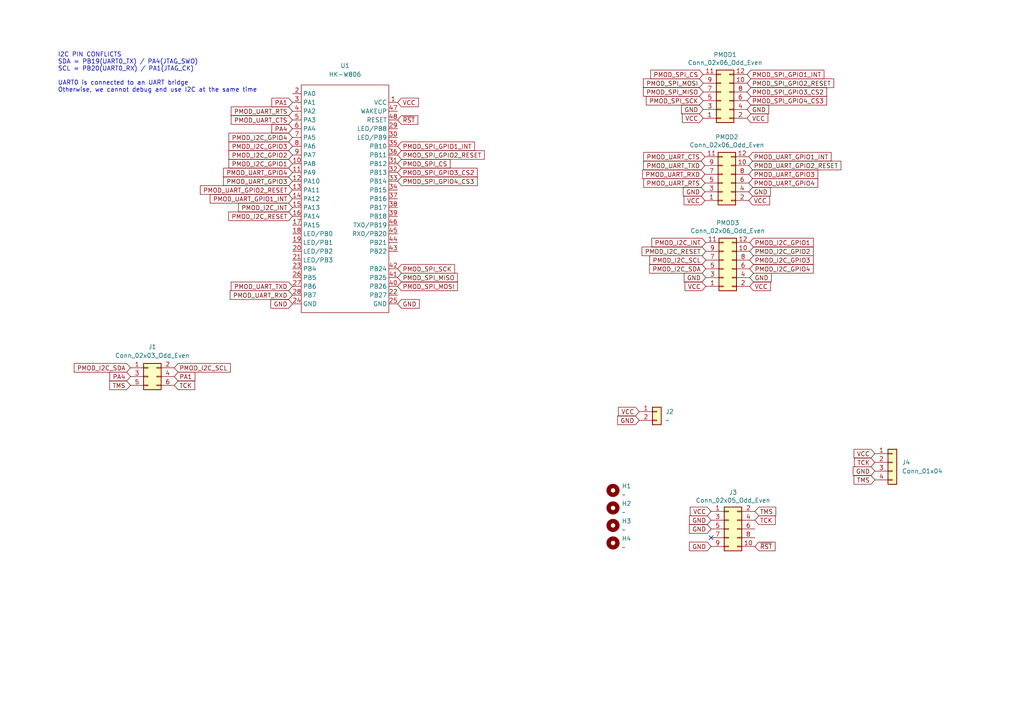
<source format=kicad_sch>
(kicad_sch (version 20211123) (generator eeschema)
  (paper "A4")
  (lib_symbols
    (symbol "AvS_Boards:HK-W806"
      (property "Reference" "U" (at 0 0 0))
      (property "Value" "HK-W806" (at 0 38.1 0))
      (symbol "HK-W806_0_1"
        (rectangle (start -12.7 34.29) (end 12.7 -31.75))
      )
      (symbol "HK-W806_1_1"
        (pin bidirectional line (at 15.24 29.21 180) (length 2.54) (name "VCC") (number "1"))
        (pin bidirectional line (at -15.24 11.43 0) (length 2.54) (name "PA8") (number "10"))
        (pin bidirectional line (at -15.24 8.89 0) (length 2.54) (name "PA9") (number "11"))
        (pin bidirectional line (at -15.24 6.35 0) (length 2.54) (name "PA10") (number "12"))
        (pin bidirectional line (at -15.24 3.81 0) (length 2.54) (name "PA11") (number "13"))
        (pin bidirectional line (at -15.24 1.27 0) (length 2.54) (name "PA12") (number "14"))
        (pin bidirectional line (at -15.24 -1.27 0) (length 2.54) (name "PA13") (number "15"))
        (pin bidirectional line (at -15.24 -3.81 0) (length 2.54) (name "PA14") (number "16"))
        (pin bidirectional line (at -15.24 -6.35 0) (length 2.54) (name "PA15") (number "17"))
        (pin bidirectional line (at -15.24 -8.89 0) (length 2.54) (name "LED/PB0") (number "18"))
        (pin bidirectional line (at -15.24 -11.43 0) (length 2.54) (name "LED/PB1") (number "19"))
        (pin bidirectional line (at -15.24 31.75 0) (length 2.54) (name "PA0") (number "2"))
        (pin bidirectional line (at -15.24 -13.97 0) (length 2.54) (name "LED/PB2") (number "20"))
        (pin bidirectional line (at -15.24 -16.51 0) (length 2.54) (name "LED/PB3") (number "21"))
        (pin bidirectional line (at 15.24 -26.67 180) (length 2.54) (name "PB27") (number "22"))
        (pin bidirectional line (at -15.24 -19.05 0) (length 2.54) (name "PB4") (number "23"))
        (pin bidirectional line (at -15.24 -29.21 0) (length 2.54) (name "GND") (number "24"))
        (pin bidirectional line (at 15.24 -29.21 180) (length 2.54) (name "GND") (number "25"))
        (pin bidirectional line (at -15.24 -21.59 0) (length 2.54) (name "PB5") (number "26"))
        (pin bidirectional line (at -15.24 -24.13 0) (length 2.54) (name "PB6") (number "27"))
        (pin bidirectional line (at -15.24 -26.67 0) (length 2.54) (name "PB7") (number "28"))
        (pin bidirectional line (at 15.24 21.59 180) (length 2.54) (name "LED/PB8") (number "29"))
        (pin bidirectional line (at -15.24 29.21 0) (length 2.54) (name "PA1") (number "3"))
        (pin bidirectional line (at 15.24 19.05 180) (length 2.54) (name "LED/PB9") (number "30"))
        (pin bidirectional line (at 15.24 11.43 180) (length 2.54) (name "PB12") (number "31"))
        (pin bidirectional line (at 15.24 8.89 180) (length 2.54) (name "PB13") (number "32"))
        (pin bidirectional line (at 15.24 6.35 180) (length 2.54) (name "PB14") (number "33"))
        (pin bidirectional line (at 15.24 3.81 180) (length 2.54) (name "PB15") (number "34"))
        (pin bidirectional line (at 15.24 16.51 180) (length 2.54) (name "PB10") (number "35"))
        (pin bidirectional line (at 15.24 13.97 180) (length 2.54) (name "PB11") (number "36"))
        (pin bidirectional line (at 15.24 1.27 180) (length 2.54) (name "PB16") (number "37"))
        (pin bidirectional line (at 15.24 -1.27 180) (length 2.54) (name "PB17") (number "38"))
        (pin bidirectional line (at 15.24 -3.81 180) (length 2.54) (name "PB18") (number "39"))
        (pin bidirectional line (at -15.24 26.67 0) (length 2.54) (name "PA2") (number "4"))
        (pin bidirectional line (at 15.24 -24.13 180) (length 2.54) (name "PB26") (number "40"))
        (pin bidirectional line (at 15.24 -21.59 180) (length 2.54) (name "PB25") (number "41"))
        (pin bidirectional line (at 15.24 -19.05 180) (length 2.54) (name "PB24") (number "42"))
        (pin bidirectional line (at 15.24 -13.97 180) (length 2.54) (name "PB22") (number "43"))
        (pin bidirectional line (at 15.24 -11.43 180) (length 2.54) (name "PB21") (number "44"))
        (pin bidirectional line (at 15.24 -8.89 180) (length 2.54) (name "RX0/PB20") (number "45"))
        (pin bidirectional line (at 15.24 -6.35 180) (length 2.54) (name "TX0/PB19") (number "46"))
        (pin bidirectional line (at 15.24 26.67 180) (length 2.54) (name "WAKEUP") (number "47"))
        (pin bidirectional line (at 15.24 24.13 180) (length 2.54) (name "RESET") (number "48"))
        (pin bidirectional line (at -15.24 24.13 0) (length 2.54) (name "PA3") (number "5"))
        (pin bidirectional line (at -15.24 21.59 0) (length 2.54) (name "PA4") (number "6"))
        (pin bidirectional line (at -15.24 19.05 0) (length 2.54) (name "PA5") (number "7"))
        (pin bidirectional line (at -15.24 16.51 0) (length 2.54) (name "PA6") (number "8"))
        (pin bidirectional line (at -15.24 13.97 0) (length 2.54) (name "PA7") (number "9"))
      )
    )
    (symbol "Connector_Generic:Conn_01x02" (pin_names (offset 1.016) hide)
      (property "Reference" "J" (at 0 2.54 0))
      (property "Value" "Conn_01x02" (at 0 -5.08 0))
      (symbol "Conn_01x02_1_1"
        (rectangle (start -1.27 -2.413) (end 0 -2.667) (stroke (width 0.1524)))
        (rectangle (start -1.27 0.127) (end 0 -0.127) (stroke (width 0.1524)))
        (rectangle (start -1.27 1.27) (end 1.27 -3.81) (stroke (width 0.254)) (fill (type background)))
        (pin passive line (at -5.08 0 0) (length 3.81) (name "Pin_1") (number "1"))
        (pin passive line (at -5.08 -2.54 0) (length 3.81) (name "Pin_2") (number "2"))
      )
    )
    (symbol "Connector_Generic:Conn_01x04" (pin_names (offset 1.016) hide)
      (property "Reference" "J" (at 0 5.08 0))
      (property "Value" "Conn_01x04" (at 0 -7.62 0))
      (symbol "Conn_01x04_1_1"
        (rectangle (start -1.27 -4.953) (end 0 -5.207) (stroke (width 0.1524)))
        (rectangle (start -1.27 -2.413) (end 0 -2.667) (stroke (width 0.1524)))
        (rectangle (start -1.27 0.127) (end 0 -0.127) (stroke (width 0.1524)))
        (rectangle (start -1.27 2.667) (end 0 2.413) (stroke (width 0.1524)))
        (rectangle (start -1.27 3.81) (end 1.27 -6.35) (stroke (width 0.254)) (fill (type background)))
        (pin passive line (at -5.08 2.54 0) (length 3.81) (name "Pin_1") (number "1"))
        (pin passive line (at -5.08 0 0) (length 3.81) (name "Pin_2") (number "2"))
        (pin passive line (at -5.08 -2.54 0) (length 3.81) (name "Pin_3") (number "3"))
        (pin passive line (at -5.08 -5.08 0) (length 3.81) (name "Pin_4") (number "4"))
      )
    )
    (symbol "Connector_Generic:Conn_02x03_Odd_Even" (pin_names (offset 1.016) hide)
      (property "Reference" "J" (at 1.27 5.08 0))
      (property "Value" "Conn_02x03_Odd_Even" (at 1.27 -5.08 0))
      (symbol "Conn_02x03_Odd_Even_1_1"
        (rectangle (start -1.27 -2.413) (end 0 -2.667) (stroke (width 0.1524)))
        (rectangle (start -1.27 0.127) (end 0 -0.127) (stroke (width 0.1524)))
        (rectangle (start -1.27 2.667) (end 0 2.413) (stroke (width 0.1524)))
        (rectangle (start -1.27 3.81) (end 3.81 -3.81) (stroke (width 0.254)) (fill (type background)))
        (rectangle (start 3.81 -2.413) (end 2.54 -2.667) (stroke (width 0.1524)))
        (rectangle (start 3.81 0.127) (end 2.54 -0.127) (stroke (width 0.1524)))
        (rectangle (start 3.81 2.667) (end 2.54 2.413) (stroke (width 0.1524)))
        (pin passive line (at -5.08 2.54 0) (length 3.81) (name "Pin_1") (number "1"))
        (pin passive line (at 7.62 2.54 180) (length 3.81) (name "Pin_2") (number "2"))
        (pin passive line (at -5.08 0 0) (length 3.81) (name "Pin_3") (number "3"))
        (pin passive line (at 7.62 0 180) (length 3.81) (name "Pin_4") (number "4"))
        (pin passive line (at -5.08 -2.54 0) (length 3.81) (name "Pin_5") (number "5"))
        (pin passive line (at 7.62 -2.54 180) (length 3.81) (name "Pin_6") (number "6"))
      )
    )
    (symbol "Connector_Generic:Conn_02x05_Odd_Even" (pin_names (offset 1.016) hide)
      (property "Reference" "J" (at 1.27 7.62 0))
      (property "Value" "Conn_02x05_Odd_Even" (at 1.27 -7.62 0))
      (symbol "Conn_02x05_Odd_Even_1_1"
        (rectangle (start -1.27 -4.953) (end 0 -5.207) (stroke (width 0.1524)))
        (rectangle (start -1.27 -2.413) (end 0 -2.667) (stroke (width 0.1524)))
        (rectangle (start -1.27 0.127) (end 0 -0.127) (stroke (width 0.1524)))
        (rectangle (start -1.27 2.667) (end 0 2.413) (stroke (width 0.1524)))
        (rectangle (start -1.27 5.207) (end 0 4.953) (stroke (width 0.1524)))
        (rectangle (start -1.27 6.35) (end 3.81 -6.35) (stroke (width 0.254)) (fill (type background)))
        (rectangle (start 3.81 -4.953) (end 2.54 -5.207) (stroke (width 0.1524)))
        (rectangle (start 3.81 -2.413) (end 2.54 -2.667) (stroke (width 0.1524)))
        (rectangle (start 3.81 0.127) (end 2.54 -0.127) (stroke (width 0.1524)))
        (rectangle (start 3.81 2.667) (end 2.54 2.413) (stroke (width 0.1524)))
        (rectangle (start 3.81 5.207) (end 2.54 4.953) (stroke (width 0.1524)))
        (pin passive line (at -5.08 5.08 0) (length 3.81) (name "Pin_1") (number "1"))
        (pin passive line (at 7.62 -5.08 180) (length 3.81) (name "Pin_10") (number "10"))
        (pin passive line (at 7.62 5.08 180) (length 3.81) (name "Pin_2") (number "2"))
        (pin passive line (at -5.08 2.54 0) (length 3.81) (name "Pin_3") (number "3"))
        (pin passive line (at 7.62 2.54 180) (length 3.81) (name "Pin_4") (number "4"))
        (pin passive line (at -5.08 0 0) (length 3.81) (name "Pin_5") (number "5"))
        (pin passive line (at 7.62 0 180) (length 3.81) (name "Pin_6") (number "6"))
        (pin passive line (at -5.08 -2.54 0) (length 3.81) (name "Pin_7") (number "7"))
        (pin passive line (at 7.62 -2.54 180) (length 3.81) (name "Pin_8") (number "8"))
        (pin passive line (at -5.08 -5.08 0) (length 3.81) (name "Pin_9") (number "9"))
      )
    )
    (symbol "Connector_Generic:Conn_02x06_Odd_Even" (pin_names (offset 1.016) hide)
      (property "Reference" "J" (at 1.27 7.62 0))
      (property "Value" "Conn_02x06_Odd_Even" (at 1.27 -10.16 0))
      (symbol "Conn_02x06_Odd_Even_1_1"
        (rectangle (start -1.27 -7.493) (end 0 -7.747) (stroke (width 0.1524)))
        (rectangle (start -1.27 -4.953) (end 0 -5.207) (stroke (width 0.1524)))
        (rectangle (start -1.27 -2.413) (end 0 -2.667) (stroke (width 0.1524)))
        (rectangle (start -1.27 0.127) (end 0 -0.127) (stroke (width 0.1524)))
        (rectangle (start -1.27 2.667) (end 0 2.413) (stroke (width 0.1524)))
        (rectangle (start -1.27 5.207) (end 0 4.953) (stroke (width 0.1524)))
        (rectangle (start -1.27 6.35) (end 3.81 -8.89) (stroke (width 0.254)) (fill (type background)))
        (rectangle (start 3.81 -7.493) (end 2.54 -7.747) (stroke (width 0.1524)))
        (rectangle (start 3.81 -4.953) (end 2.54 -5.207) (stroke (width 0.1524)))
        (rectangle (start 3.81 -2.413) (end 2.54 -2.667) (stroke (width 0.1524)))
        (rectangle (start 3.81 0.127) (end 2.54 -0.127) (stroke (width 0.1524)))
        (rectangle (start 3.81 2.667) (end 2.54 2.413) (stroke (width 0.1524)))
        (rectangle (start 3.81 5.207) (end 2.54 4.953) (stroke (width 0.1524)))
        (pin passive line (at -5.08 5.08 0) (length 3.81) (name "Pin_1") (number "1"))
        (pin passive line (at 7.62 -5.08 180) (length 3.81) (name "Pin_10") (number "10"))
        (pin passive line (at -5.08 -7.62 0) (length 3.81) (name "Pin_11") (number "11"))
        (pin passive line (at 7.62 -7.62 180) (length 3.81) (name "Pin_12") (number "12"))
        (pin passive line (at 7.62 5.08 180) (length 3.81) (name "Pin_2") (number "2"))
        (pin passive line (at -5.08 2.54 0) (length 3.81) (name "Pin_3") (number "3"))
        (pin passive line (at 7.62 2.54 180) (length 3.81) (name "Pin_4") (number "4"))
        (pin passive line (at -5.08 0 0) (length 3.81) (name "Pin_5") (number "5"))
        (pin passive line (at 7.62 0 180) (length 3.81) (name "Pin_6") (number "6"))
        (pin passive line (at -5.08 -2.54 0) (length 3.81) (name "Pin_7") (number "7"))
        (pin passive line (at 7.62 -2.54 180) (length 3.81) (name "Pin_8") (number "8"))
        (pin passive line (at -5.08 -5.08 0) (length 3.81) (name "Pin_9") (number "9"))
      )
    )
    (symbol "Mechanical:MountingHole" (pin_names (offset 1.016))
      (property "Reference" "H" (at 0 5.08 0))
      (property "Value" "MountingHole" (at 0 3.175 0))
      (symbol "MountingHole_0_1"
        (circle (center 0 0) (radius 1.27) (stroke (width 1.27)))
      )
    )
  )
  (no_connect (at 206.248 155.956))
  (text "I2C PIN CONFLICTS\nSDA = PB19(UART0_TX) / PA4(JTAG_SWO)\nSCL = PB20(UART0_RX) / PA1(JTAG_CK)\n\nUART0 is connected to an UART bridge\nOtherwise, we cannot debug and use I2C at the same time" (at 16.764 26.924 0) (effects (font (size 1.27 1.27)) (justify left bottom)))
  (global_label "GND" (shape input) (at 217.424 80.518 0) (property "Intersheet-verwijzingen" "${INTERSHEET_REFS}" (effects hide)))
  (global_label "PMOD_I2C_GPIO3" (shape input) (at 84.836 42.418 180) (property "Intersheet-verwijzingen" "${INTERSHEET_REFS}" (effects hide)))
  (global_label "GND" (shape input) (at 84.836 88.138 180) (property "Intersheet-verwijzingen" "${INTERSHEET_REFS}" (effects hide)))
  (global_label "PMOD_I2C_INT" (shape input) (at 204.724 70.358 180) (property "Intersheet-verwijzingen" "${INTERSHEET_REFS}" (effects hide)))
  (global_label "PMOD_UART_GPIO3" (shape input) (at 84.836 52.578 180) (property "Intersheet-verwijzingen" "${INTERSHEET_REFS}" (effects hide)))
  (global_label "VCC" (shape input) (at 185.42 119.38 180) (property "Intersheet-verwijzingen" "${INTERSHEET_REFS}" (effects hide)))
  (global_label "GND" (shape input) (at 216.662 31.75 0) (property "Intersheet-verwijzingen" "${INTERSHEET_REFS}" (effects hide)))
  (global_label "GND" (shape input) (at 206.248 150.876 180) (property "Intersheet-verwijzingen" "${INTERSHEET_REFS}" (effects hide)))
  (global_label "PMOD_UART_GPIO1_INT" (shape input) (at 84.836 57.658 180) (property "Intersheet-verwijzingen" "${INTERSHEET_REFS}" (effects hide)))
  (global_label "PMOD_UART_GPIO4" (shape input) (at 217.17 53.086 0) (property "Intersheet-verwijzingen" "${INTERSHEET_REFS}" (effects hide)))
  (global_label "PMOD_UART_TXD" (shape input) (at 204.47 48.006 180) (property "Intersheet-verwijzingen" "${INTERSHEET_REFS}" (effects hide)))
  (global_label "VCC" (shape input) (at 115.316 29.718 0) (property "Intersheet-verwijzingen" "${INTERSHEET_REFS}" (effects hide)))
  (global_label "PA4" (shape input) (at 84.836 37.338 180) (property "Intersheet-verwijzingen" "${INTERSHEET_REFS}" (effects hide)))
  (global_label "PMOD_UART_RTS" (shape input) (at 84.836 32.258 180) (property "Intersheet-verwijzingen" "${INTERSHEET_REFS}" (effects hide)))
  (global_label "PMOD_SPI_GPIO1_INT" (shape input) (at 216.662 21.59 0) (property "Intersheet-verwijzingen" "${INTERSHEET_REFS}" (effects hide)))
  (global_label "PMOD_I2C_INT" (shape input) (at 84.836 60.198 180) (property "Intersheet-verwijzingen" "${INTERSHEET_REFS}" (effects hide)))
  (global_label "GND" (shape input) (at 217.17 55.626 0) (property "Intersheet-verwijzingen" "${INTERSHEET_REFS}" (effects hide)))
  (global_label "TCK" (shape input) (at 253.746 134.112 180) (property "Intersheet-verwijzingen" "${INTERSHEET_REFS}" (effects hide)))
  (global_label "PMOD_UART_RXD" (shape input) (at 204.47 50.546 180) (property "Intersheet-verwijzingen" "${INTERSHEET_REFS}" (effects hide)))
  (global_label "PMOD_SPI_GPIO4_CS3" (shape input) (at 216.662 29.21 0) (property "Intersheet-verwijzingen" "${INTERSHEET_REFS}" (effects hide)))
  (global_label "PMOD_I2C_GPIO3" (shape input) (at 217.424 75.438 0) (property "Intersheet-verwijzingen" "${INTERSHEET_REFS}" (effects hide)))
  (global_label "PMOD_SPI_CS" (shape input) (at 203.962 21.59 180) (property "Intersheet-verwijzingen" "${INTERSHEET_REFS}" (effects hide)))
  (global_label "PMOD_SPI_MOSI" (shape input) (at 115.316 83.058 0) (property "Intersheet-verwijzingen" "${INTERSHEET_REFS}" (effects hide)))
  (global_label "PMOD_I2C_SCL" (shape input) (at 50.546 106.68 0) (property "Intersheet-verwijzingen" "${INTERSHEET_REFS}" (effects hide)))
  (global_label "VCC" (shape input) (at 253.746 131.572 180) (property "Intersheet-verwijzingen" "${INTERSHEET_REFS}" (effects hide)))
  (global_label "PMOD_I2C_RESET" (shape input) (at 84.836 62.738 180) (property "Intersheet-verwijzingen" "${INTERSHEET_REFS}" (effects hide)))
  (global_label "PMOD_UART_GPIO1_INT" (shape input) (at 217.17 45.466 0) (property "Intersheet-verwijzingen" "${INTERSHEET_REFS}" (effects hide)))
  (global_label "PMOD_SPI_GPIO3_CS2" (shape input) (at 216.662 26.67 0) (property "Intersheet-verwijzingen" "${INTERSHEET_REFS}" (effects hide)))
  (global_label "PMOD_SPI_CS" (shape input) (at 115.316 47.498 0) (property "Intersheet-verwijzingen" "${INTERSHEET_REFS}" (effects hide)))
  (global_label "PMOD_SPI_MOSI" (shape input) (at 203.962 24.13 180) (property "Intersheet-verwijzingen" "${INTERSHEET_REFS}" (effects hide)))
  (global_label "PA1" (shape input) (at 84.836 29.718 180) (property "Intersheet-verwijzingen" "${INTERSHEET_REFS}" (effects hide)))
  (global_label "VCC" (shape input) (at 217.424 83.058 0) (property "Intersheet-verwijzingen" "${INTERSHEET_REFS}" (effects hide)))
  (global_label "PA1" (shape input) (at 50.546 109.22 0) (property "Intersheet-verwijzingen" "${INTERSHEET_REFS}" (effects hide)))
  (global_label "~{RST}" (shape input) (at 115.316 34.798 0) (property "Intersheet-verwijzingen" "${INTERSHEET_REFS}" (effects hide)))
  (global_label "~{RST}" (shape input) (at 218.948 158.496 0) (property "Intersheet-verwijzingen" "${INTERSHEET_REFS}" (effects hide)))
  (global_label "GND" (shape input) (at 206.248 153.416 180) (property "Intersheet-verwijzingen" "${INTERSHEET_REFS}" (effects hide)))
  (global_label "PMOD_SPI_SCK" (shape input) (at 203.962 29.21 180) (property "Intersheet-verwijzingen" "${INTERSHEET_REFS}" (effects hide)))
  (global_label "GND" (shape input) (at 204.47 55.626 180) (property "Intersheet-verwijzingen" "${INTERSHEET_REFS}" (effects hide)))
  (global_label "PMOD_SPI_GPIO3_CS2" (shape input) (at 115.316 50.038 0) (property "Intersheet-verwijzingen" "${INTERSHEET_REFS}" (effects hide)))
  (global_label "PMOD_SPI_SCK" (shape input) (at 115.316 77.978 0) (property "Intersheet-verwijzingen" "${INTERSHEET_REFS}" (effects hide)))
  (global_label "VCC" (shape input) (at 204.724 83.058 180) (property "Intersheet-verwijzingen" "${INTERSHEET_REFS}" (effects hide)))
  (global_label "PMOD_I2C_SCL" (shape input) (at 204.724 75.438 180) (property "Intersheet-verwijzingen" "${INTERSHEET_REFS}" (effects hide)))
  (global_label "GND" (shape input) (at 253.746 136.652 180) (property "Intersheet-verwijzingen" "${INTERSHEET_REFS}" (effects hide)))
  (global_label "PMOD_I2C_GPIO4" (shape input) (at 217.424 77.978 0) (property "Intersheet-verwijzingen" "${INTERSHEET_REFS}" (effects hide)))
  (global_label "PMOD_UART_TXD" (shape input) (at 84.836 83.058 180) (property "Intersheet-verwijzingen" "${INTERSHEET_REFS}" (effects hide)))
  (global_label "VCC" (shape input) (at 204.47 58.166 180) (property "Intersheet-verwijzingen" "${INTERSHEET_REFS}" (effects hide)))
  (global_label "PMOD_UART_CTS" (shape input) (at 204.47 45.466 180) (property "Intersheet-verwijzingen" "${INTERSHEET_REFS}" (effects hide)))
  (global_label "PMOD_UART_GPIO4" (shape input) (at 84.836 50.038 180) (property "Intersheet-verwijzingen" "${INTERSHEET_REFS}" (effects hide)))
  (global_label "PMOD_SPI_MISO" (shape input) (at 203.962 26.67 180) (property "Intersheet-verwijzingen" "${INTERSHEET_REFS}" (effects hide)))
  (global_label "PMOD_UART_RTS" (shape input) (at 204.47 53.086 180) (property "Intersheet-verwijzingen" "${INTERSHEET_REFS}" (effects hide)))
  (global_label "PMOD_SPI_GPIO2_RESET" (shape input) (at 115.316 44.958 0) (property "Intersheet-verwijzingen" "${INTERSHEET_REFS}" (effects hide)))
  (global_label "PMOD_SPI_GPIO1_INT" (shape input) (at 115.316 42.418 0) (property "Intersheet-verwijzingen" "${INTERSHEET_REFS}" (effects hide)))
  (global_label "PA4" (shape input) (at 37.846 109.22 180) (property "Intersheet-verwijzingen" "${INTERSHEET_REFS}" (effects hide)))
  (global_label "PMOD_SPI_GPIO2_RESET" (shape input) (at 216.662 24.13 0) (property "Intersheet-verwijzingen" "${INTERSHEET_REFS}" (effects hide)))
  (global_label "PMOD_SPI_GPIO4_CS3" (shape input) (at 115.316 52.578 0) (property "Intersheet-verwijzingen" "${INTERSHEET_REFS}" (effects hide)))
  (global_label "PMOD_UART_RXD" (shape input) (at 84.836 85.598 180) (property "Intersheet-verwijzingen" "${INTERSHEET_REFS}" (effects hide)))
  (global_label "PMOD_UART_GPIO2_RESET" (shape input) (at 84.836 55.118 180) (property "Intersheet-verwijzingen" "${INTERSHEET_REFS}" (effects hide)))
  (global_label "PMOD_I2C_GPIO2" (shape input) (at 84.836 44.958 180) (property "Intersheet-verwijzingen" "${INTERSHEET_REFS}" (effects hide)))
  (global_label "PMOD_UART_GPIO2_RESET" (shape input) (at 217.17 48.006 0) (property "Intersheet-verwijzingen" "${INTERSHEET_REFS}" (effects hide)))
  (global_label "TMS" (shape input) (at 37.846 111.76 180) (property "Intersheet-verwijzingen" "${INTERSHEET_REFS}" (effects hide)))
  (global_label "PMOD_I2C_GPIO1" (shape input) (at 84.836 47.498 180) (property "Intersheet-verwijzingen" "${INTERSHEET_REFS}" (effects hide)))
  (global_label "GND" (shape input) (at 206.248 158.496 180) (property "Intersheet-verwijzingen" "${INTERSHEET_REFS}" (effects hide)))
  (global_label "TCK" (shape input) (at 218.948 150.876 0) (property "Intersheet-verwijzingen" "${INTERSHEET_REFS}" (effects hide)))
  (global_label "GND" (shape input) (at 203.962 31.75 180) (property "Intersheet-verwijzingen" "${INTERSHEET_REFS}" (effects hide)))
  (global_label "PMOD_I2C_GPIO4" (shape input) (at 84.836 39.878 180) (property "Intersheet-verwijzingen" "${INTERSHEET_REFS}" (effects hide)))
  (global_label "PMOD_UART_GPIO3" (shape input) (at 217.17 50.546 0) (property "Intersheet-verwijzingen" "${INTERSHEET_REFS}" (effects hide)))
  (global_label "VCC" (shape input) (at 206.248 148.336 180) (property "Intersheet-verwijzingen" "${INTERSHEET_REFS}" (effects hide)))
  (global_label "TMS" (shape input) (at 253.746 139.192 180) (property "Intersheet-verwijzingen" "${INTERSHEET_REFS}" (effects hide)))
  (global_label "PMOD_I2C_SDA" (shape input) (at 204.724 77.978 180) (property "Intersheet-verwijzingen" "${INTERSHEET_REFS}" (effects hide)))
  (global_label "GND" (shape input) (at 204.724 80.518 180) (property "Intersheet-verwijzingen" "${INTERSHEET_REFS}" (effects hide)))
  (global_label "PMOD_SPI_MISO" (shape input) (at 115.316 80.518 0) (property "Intersheet-verwijzingen" "${INTERSHEET_REFS}" (effects hide)))
  (global_label "PMOD_I2C_RESET" (shape input) (at 204.724 72.898 180) (property "Intersheet-verwijzingen" "${INTERSHEET_REFS}" (effects hide)))
  (global_label "GND" (shape input) (at 115.316 88.138 0) (property "Intersheet-verwijzingen" "${INTERSHEET_REFS}" (effects hide)))
  (global_label "TCK" (shape input) (at 50.546 111.76 0) (property "Intersheet-verwijzingen" "${INTERSHEET_REFS}" (effects hide)))
  (global_label "PMOD_I2C_GPIO2" (shape input) (at 217.424 72.898 0) (property "Intersheet-verwijzingen" "${INTERSHEET_REFS}" (effects hide)))
  (global_label "PMOD_I2C_GPIO1" (shape input) (at 217.424 70.358 0) (property "Intersheet-verwijzingen" "${INTERSHEET_REFS}" (effects hide)))
  (global_label "PMOD_I2C_SDA" (shape input) (at 37.846 106.68 180) (property "Intersheet-verwijzingen" "${INTERSHEET_REFS}" (effects hide)))
  (global_label "VCC" (shape input) (at 203.962 34.29 180) (property "Intersheet-verwijzingen" "${INTERSHEET_REFS}" (effects hide)))
  (global_label "VCC" (shape input) (at 217.17 58.166 0) (property "Intersheet-verwijzingen" "${INTERSHEET_REFS}" (effects hide)))
  (global_label "VCC" (shape input) (at 216.662 34.29 0) (property "Intersheet-verwijzingen" "${INTERSHEET_REFS}" (effects hide)))
  (global_label "GND" (shape input) (at 185.42 121.92 180) (property "Intersheet-verwijzingen" "${INTERSHEET_REFS}" (effects hide)))
  (global_label "PMOD_UART_CTS" (shape input) (at 84.836 34.798 180) (property "Intersheet-verwijzingen" "${INTERSHEET_REFS}" (effects hide)))
  (global_label "TMS" (shape input) (at 218.948 148.336 0) (property "Intersheet-verwijzingen" "${INTERSHEET_REFS}" (effects hide)))
  (symbol (lib_id "Connector_Generic:Conn_02x06_Odd_Even") (at 209.804 77.978 0) (mirror x) (unit 1)
    (property "Reference" "PMOD3" (at 211.074 64.643 0))
    (property "Value" "Conn_02x06_Odd_Even" (at 211.074 66.9544 0))
    (property "Footprint" "Connector_PinSocket_2.54mm:PinSocket_2x06_P2.54mm_Horizontal" (effects hide))
  )
  (symbol (lib_id "Connector_Generic:Conn_02x06_Odd_Even") (at 209.042 29.21 0) (mirror x) (unit 1)
    (property "Reference" "PMOD1" (at 210.312 15.875 0))
    (property "Value" "Conn_02x06_Odd_Even" (at 210.312 18.1864 0))
    (property "Footprint" "Connector_PinSocket_2.54mm:PinSocket_2x06_P2.54mm_Horizontal" (effects hide))
  )
  (symbol (lib_id "Connector_Generic:Conn_02x06_Odd_Even") (at 209.55 53.086 0) (mirror x) (unit 1)
    (property "Reference" "PMOD2" (at 210.82 39.751 0))
    (property "Value" "Conn_02x06_Odd_Even" (at 210.82 42.0624 0))
    (property "Footprint" "Connector_PinSocket_2.54mm:PinSocket_2x06_P2.54mm_Horizontal" (effects hide))
  )
  (symbol (lib_id "Connector_Generic:Conn_01x04") (at 258.826 134.112 0) (unit 1)
    (property "Reference" "J4" (at 261.62 134.1119 0) (effects (justify left)))
    (property "Value" "Conn_01x04" (at 261.62 136.6519 0) (effects (justify left)))
    (property "Footprint" "Connector_PinHeader_2.54mm:PinHeader_1x04_P2.54mm_Vertical" (effects hide))
  )
  (symbol (lib_id "Mechanical:MountingHole") (at 177.8 142.24 0) (unit 1)
    (property "Reference" "H1" (at 180.34 140.9699 0) (effects (justify left)))
    (property "Value" "~" (at 180.34 143.5099 0) (effects (justify left)))
    (property "Footprint" "MountingHole:MountingHole_3.2mm_M3_Pad_Via" (effects hide))
  )
  (symbol (lib_id "Connector_Generic:Conn_01x02") (at 190.5 119.38 0) (unit 1)
    (property "Reference" "J2" (at 193.04 119.3799 0) (effects (justify left)))
    (property "Value" "~" (at 193.04 121.9199 0) (effects (justify left)))
    (property "Footprint" "Connector_PinHeader_2.54mm:PinHeader_1x02_P2.54mm_Vertical" (effects hide))
  )
  (symbol (lib_id "Connector_Generic:Conn_02x05_Odd_Even") (at 211.328 153.416 0) (unit 1)
    (property "Reference" "J3" (at 212.598 142.8242 0))
    (property "Value" "Conn_02x05_Odd_Even" (at 212.598 145.1356 0))
    (property "Footprint" "Connector_PinHeader_1.27mm:PinHeader_2x05_P1.27mm_Vertical" (effects hide))
  )
  (symbol (lib_id "Mechanical:MountingHole") (at 177.8 152.4 0) (unit 1)
    (property "Reference" "H3" (at 180.34 151.1299 0) (effects (justify left)))
    (property "Value" "~" (at 180.34 153.6699 0) (effects (justify left)))
    (property "Footprint" "MountingHole:MountingHole_3.2mm_M3_Pad_Via" (effects hide))
  )
  (symbol (lib_id "AvS_Boards:HK-W806") (at 100.076 58.928 0) (unit 1)
    (property "Reference" "U1" (at 100.076 19.05 0))
    (property "Value" "HK-W806" (at 100.076 21.59 0))
    (property "Footprint" "AvS_CoreBoards:HK-W80x" (effects hide))
  )
  (symbol (lib_id "Connector_Generic:Conn_02x03_Odd_Even") (at 42.926 109.22 0) (unit 1)
    (property "Reference" "J1" (at 44.196 100.584 0))
    (property "Value" "Conn_02x03_Odd_Even" (at 44.196 103.124 0))
    (property "Footprint" "Connector_PinHeader_2.54mm:PinHeader_2x03_P2.54mm_Vertical" (effects hide))
  )
  (symbol (lib_id "Mechanical:MountingHole") (at 177.8 147.32 0) (unit 1)
    (property "Reference" "H2" (at 180.34 146.0499 0) (effects (justify left)))
    (property "Value" "~" (at 180.34 148.5899 0) (effects (justify left)))
    (property "Footprint" "MountingHole:MountingHole_3.2mm_M3_Pad_Via" (effects hide))
  )
  (symbol (lib_id "Mechanical:MountingHole") (at 177.8 157.48 0) (unit 1)
    (property "Reference" "H4" (at 180.34 156.2099 0) (effects (justify left)))
    (property "Value" "~" (at 180.34 158.7499 0) (effects (justify left)))
    (property "Footprint" "MountingHole:MountingHole_3.2mm_M3_Pad_Via" (effects hide))
  )
)
</source>
